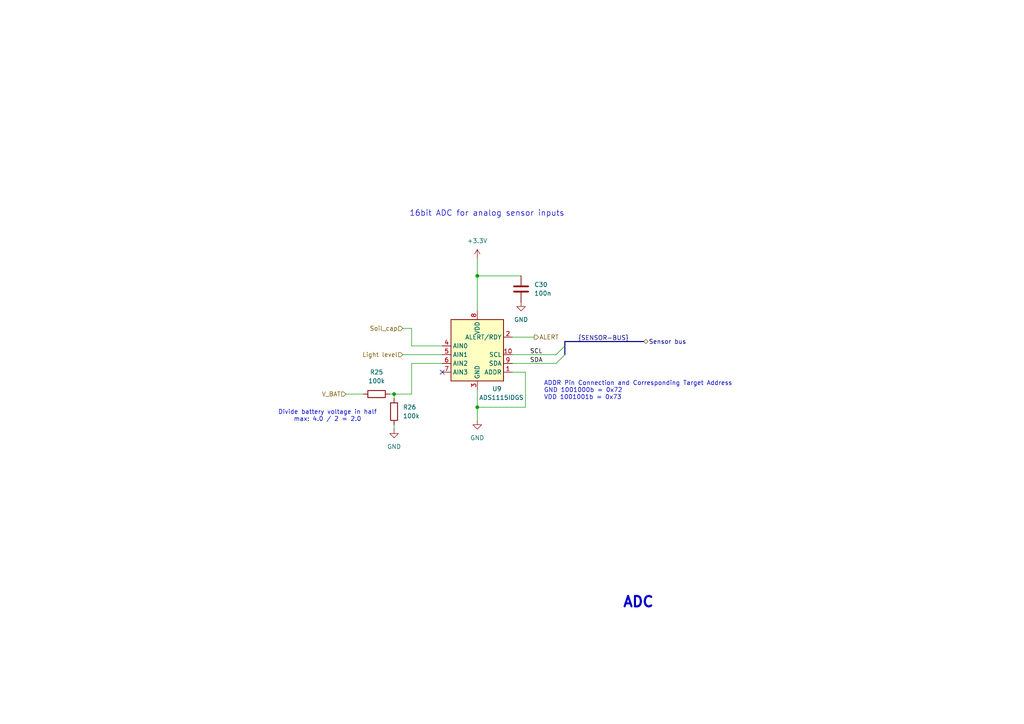
<source format=kicad_sch>
(kicad_sch (version 20250114) (generator "eeschema") (generator_version "9.0")
  (paper "A4")
  (lib_symbols
    (symbol "Analog_ADC:ADS1115IDGS"
      (property "Reference" "U" (at 2.54 13.97 0))
      (property "Value" "ADS1115IDGS" (at 7.62 11.43 0))
      (symbol "ADS1115IDGS_0_1"
        (rectangle (start -7.62 10.16) (end 7.62 -7.62) (stroke (width 0.254)) (fill (type background)))
      )
      (symbol "ADS1115IDGS_1_1"
        (pin input line (at -10.16 2.54 0) (length 2.54) (name "AIN0") (number "4"))
        (pin input line (at -10.16 0 0) (length 2.54) (name "AIN1") (number "5"))
        (pin input line (at -10.16 -2.54 0) (length 2.54) (name "AIN2") (number "6"))
        (pin input line (at -10.16 -5.08 0) (length 2.54) (name "AIN3") (number "7"))
        (pin power_in line (at 0 12.7 270) (length 2.54) (name "VDD") (number "8"))
        (pin power_in line (at 0 -10.16 90) (length 2.54) (name "GND") (number "3"))
        (pin output line (at 10.16 5.08 180) (length 2.54) (name "ALERT/RDY") (number "2"))
        (pin input line (at 10.16 0 180) (length 2.54) (name "SCL") (number "10"))
        (pin bidirectional line (at 10.16 -2.54 180) (length 2.54) (name "SDA") (number "9"))
        (pin input line (at 10.16 -5.08 180) (length 2.54) (name "ADDR") (number "1"))
      )
    )
    (symbol "Device:C" (pin_numbers (hide yes)) (pin_names (offset 0.254))
      (property "Reference" "C" (at 0.635 2.54 0))
      (property "Value" "C" (at 0.635 -2.54 0))
      (symbol "C_0_1"
        (polyline (pts (xy -2.032 0.762) (xy 2.032 0.762)) (stroke (width 0.508)))
        (polyline (pts (xy -2.032 -0.762) (xy 2.032 -0.762)) (stroke (width 0.508)))
      )
      (symbol "C_1_1"
        (pin passive line (at 0 3.81 270) (length 2.794) (name "~") (number "1"))
        (pin passive line (at 0 -3.81 90) (length 2.794) (name "~") (number "2"))
      )
    )
    (symbol "Device:R" (pin_numbers (hide yes)) (pin_names (offset 0))
      (property "Reference" "R" (at 2.032 0 90))
      (property "Value" "R" (at 0 0 90))
      (symbol "R_0_1"
        (rectangle (start -1.016 -2.54) (end 1.016 2.54) (stroke (width 0.254)))
      )
      (symbol "R_1_1"
        (pin passive line (at 0 3.81 270) (length 1.27) (name "~") (number "1"))
        (pin passive line (at 0 -3.81 90) (length 1.27) (name "~") (number "2"))
      )
    )
    (symbol "power:+3.3V" (power) (pin_numbers (hide yes)) (pin_names (offset 0) (hide yes))
      (property "Value" "+3.3V" (at 0 3.556 0))
      (symbol "+3.3V_0_1"
        (polyline (pts (xy -0.762 1.27) (xy 0 2.54)))
        (polyline (pts (xy 0 2.54) (xy 0.762 1.27)))
        (polyline (pts (xy 0 0) (xy 0 2.54)))
      )
      (symbol "+3.3V_1_1"
        (pin power_in line (at 0 0 90) (length 0) (name "~") (number "1"))
      )
    )
    (symbol "power:GND" (power) (pin_numbers (hide yes)) (pin_names (offset 0) (hide yes))
      (property "Value" "GND" (at 0 -3.81 0))
      (symbol "GND_0_1"
        (polyline (pts (xy 0 0) (xy 0 -1.27) (xy 1.27 -1.27) (xy 0 -2.54) (xy -1.27 -1.27) (xy 0 -1.27)))
      )
      (symbol "GND_1_1"
        (pin power_in line (at 0 0 270) (length 0) (name "~") (number "1"))
      )
    )
  )
  (text "ADDR Pin Connection and Corresponding Target Address\nGND 1001000b = 0x72\nVDD 1001001b = 0x73\n" (at 157.734 113.284 0) (effects (font (size 1.27 1.27)) (justify left)))
  (text "Divide battery voltage in half\nmax: 4.0 / 2 = 2.0" (at 94.996 120.65 0) (effects (font (size 1.27 1.27))))
  (text "16bit ADC for analog sensor inputs" (at 141.224 61.976 0) (effects (font (size 1.651 1.651))))
  (text "ADC" (at 185.166 174.752 0) (effects (font (size 3 3) (thickness 0.6) (bold yes))))
  (junction (at 114.3 114.3))
  (junction (at 138.43 118.11))
  (junction (at 138.43 80.01))
  (no_connect (at 128.27 107.95))
  (bus_entry (at 163.83 102.87) (size -2.54 2.54))
  (bus_entry (at 163.83 100.33) (size -2.54 2.54))
  (wire (pts (xy 138.43 118.11) (xy 138.43 113.03)))
  (wire (pts (xy 116.84 95.25) (xy 119.38 95.25)))
  (wire (pts (xy 138.43 74.93) (xy 138.43 80.01)))
  (wire (pts (xy 148.59 102.87) (xy 161.29 102.87)))
  (bus (pts (xy 163.83 99.06) (xy 163.83 100.33)))
  (wire (pts (xy 148.59 97.79) (xy 154.94 97.79)))
  (wire (pts (xy 114.3 115.57) (xy 114.3 114.3)))
  (wire (pts (xy 114.3 114.3) (xy 119.38 114.3)))
  (wire (pts (xy 138.43 121.92) (xy 138.43 118.11)))
  (wire (pts (xy 148.59 105.41) (xy 161.29 105.41)))
  (wire (pts (xy 152.4 107.95) (xy 152.4 118.11)))
  (wire (pts (xy 116.84 102.87) (xy 128.27 102.87)))
  (wire (pts (xy 114.3 123.19) (xy 114.3 124.46)))
  (wire (pts (xy 148.59 107.95) (xy 152.4 107.95)))
  (bus (pts (xy 163.83 100.33) (xy 163.83 102.87)))
  (wire (pts (xy 119.38 100.33) (xy 128.27 100.33)))
  (wire (pts (xy 138.43 80.01) (xy 138.43 90.17)))
  (wire (pts (xy 119.38 105.41) (xy 119.38 114.3)))
  (wire (pts (xy 113.03 114.3) (xy 114.3 114.3)))
  (wire (pts (xy 119.38 95.25) (xy 119.38 100.33)))
  (bus (pts (xy 186.69 99.06) (xy 163.83 99.06)))
  (wire (pts (xy 138.43 118.11) (xy 152.4 118.11)))
  (wire (pts (xy 119.38 105.41) (xy 128.27 105.41)))
  (wire (pts (xy 100.33 114.3) (xy 105.41 114.3)))
  (wire (pts (xy 151.13 80.01) (xy 138.43 80.01)))
  (label "{SENSOR-BUS}" (at 167.64 99.06 0))
  (label "SCL" (at 153.67 102.87 0))
  (label "SDA" (at 153.67 105.41 0))
  (hierarchical_label "Light level" (shape input) (at 116.84 102.87 180))
  (hierarchical_label "ALERT" (shape output) (at 154.94 97.79 0))
  (hierarchical_label "Sensor bus" (shape bidirectional) (at 186.69 99.06 0))
  (hierarchical_label "V_BAT" (shape input) (at 100.33 114.3 180))
  (hierarchical_label "Soil_cap" (shape input) (at 116.84 95.25 180))
  (symbol (lib_id "power:GND") (at 151.13 87.63 0) (unit 1)
    (property "Reference" "#PWR059" (effects (hide yes)))
    (property "Value" "GND" (at 151.13 92.71 0))
    (property "Description" "Power symbol creates a global label with name \"GND\" , ground" (effects (hide yes)))
  )
  (symbol (lib_id "Device:C") (at 151.13 83.82 0) (unit 1)
    (property "Reference" "C30" (at 154.94 82.5499 0) (effects (justify left)))
    (property "Value" "100n" (at 154.94 85.0899 0) (effects (justify left)))
    (property "Footprint" "Capacitor_SMD:C_0402_1005Metric" (effects (hide yes)))
    (property "Description" "Unpolarized capacitor" (effects (hide yes)))
  )
  (symbol (lib_id "Device:R") (at 114.3 119.38 180) (unit 1)
    (property "Reference" "R26" (at 116.84 118.1099 0) (effects (justify right)))
    (property "Value" "100k" (at 116.84 120.6499 0) (effects (justify right)))
    (property "Footprint" "Resistor_SMD:R_0402_1005Metric" (effects (hide yes)))
    (property "Description" "Resistor" (effects (hide yes)))
  )
  (symbol (lib_id "power:GND") (at 138.43 121.92 0) (unit 1)
    (property "Reference" "#PWR058" (effects (hide yes)))
    (property "Value" "GND" (at 138.43 127 0))
    (property "Description" "Power symbol creates a global label with name \"GND\" , ground" (effects (hide yes)))
  )
  (symbol (lib_id "Analog_ADC:ADS1115IDGS") (at 138.43 102.87 0) (unit 1)
    (property "Reference" "U9" (at 142.748 112.776 0) (effects (justify left)))
    (property "Value" "ADS1115IDGS" (at 138.938 115.316 0) (effects (justify left)))
    (property "Footprint" "Package_SO:TSSOP-10_3x3mm_P0.5mm" (effects (hide yes)))
    (property "Datasheet" "http://www.ti.com/lit/ds/symlink/ads1113.pdf" (effects (hide yes)))
    (property "Description" "Ultra-Small, Low-Power, I2C-Compatible, 860-SPS, 16-Bit ADCs With Internal Reference, Oscillator, and Programmable Comparator, VSSOP-10" (effects (hide yes)))
  )
  (symbol (lib_id "power:+3.3V") (at 138.43 74.93 0) (unit 1)
    (property "Reference" "#PWR057" (effects (hide yes)))
    (property "Value" "+3.3V" (at 138.43 69.85 0))
    (property "Description" "Power symbol creates a global label with name \"+3.3V\"" (effects (hide yes)))
  )
  (symbol (lib_id "Device:R") (at 109.22 114.3 90) (unit 1)
    (property "Reference" "R25" (at 109.22 107.95 90))
    (property "Value" "100k" (at 109.22 110.49 90))
    (property "Footprint" "Resistor_SMD:R_0402_1005Metric" (effects (hide yes)))
    (property "Description" "Resistor" (effects (hide yes)))
  )
  (symbol (lib_id "power:GND") (at 114.3 124.46 0) (unit 1)
    (property "Reference" "#PWR056" (effects (hide yes)))
    (property "Value" "GND" (at 114.3 129.54 0))
    (property "Description" "Power symbol creates a global label with name \"GND\" , ground" (effects (hide yes)))
  )
)
</source>
